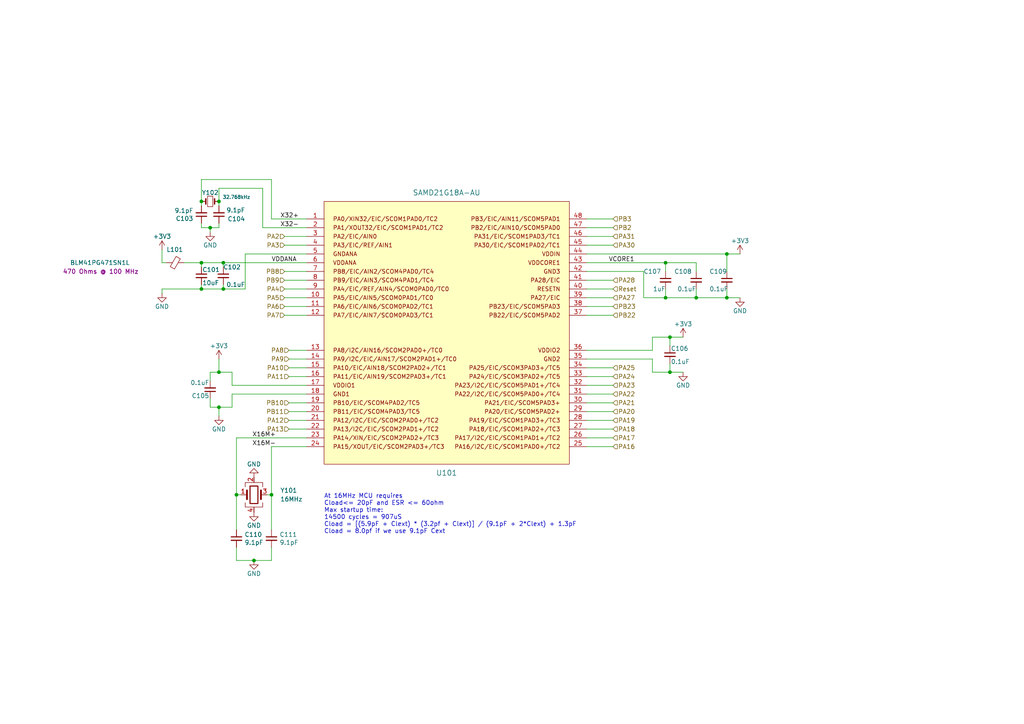
<source format=kicad_sch>
(kicad_sch (version 20211123) (generator eeschema)
  (paper "A4")
  (lib_symbols
    (symbol "Device:C_Small" (pin_numbers hide) (pin_names (offset 0.254) hide)
      (property "Reference" "C" (at 0.254 1.778 0))
      (property "Value" "C_Small" (at 0.254 -2.032 0))
      (symbol "C_Small_0_1"
        (polyline (pts (xy -1.524 -0.508) (xy 1.524 -0.508)) (stroke (width 0.3302)))
        (polyline (pts (xy -1.524 0.508) (xy 1.524 0.508)) (stroke (width 0.3048)))
      )
      (symbol "C_Small_1_1"
        (pin passive line (at 0 2.54 270) (length 2.032) (name "~") (number "1"))
        (pin passive line (at 0 -2.54 90) (length 2.032) (name "~") (number "2"))
      )
    )
    (symbol "Device:Crystal_GND24" (pin_names (offset 1.016) hide)
      (property "Reference" "Y" (at 3.175 5.08 0))
      (property "Value" "Crystal_GND24" (at 3.175 3.175 0))
      (symbol "Crystal_GND24_0_1"
        (rectangle (start -1.143 2.54) (end 1.143 -2.54) (stroke (width 0.3048)))
        (polyline (pts (xy -2.54 0) (xy -2.032 0)))
        (polyline (pts (xy -2.032 -1.27) (xy -2.032 1.27)) (stroke (width 0.508)))
        (polyline (pts (xy 0 -3.81) (xy 0 -3.556)))
        (polyline (pts (xy 0 3.556) (xy 0 3.81)))
        (polyline (pts (xy 2.032 -1.27) (xy 2.032 1.27)) (stroke (width 0.508)))
        (polyline (pts (xy 2.032 0) (xy 2.54 0)))
        (polyline (pts (xy -2.54 -2.286) (xy -2.54 -3.556) (xy 2.54 -3.556) (xy 2.54 -2.286)))
        (polyline (pts (xy -2.54 2.286) (xy -2.54 3.556) (xy 2.54 3.556) (xy 2.54 2.286)))
      )
      (symbol "Crystal_GND24_1_1"
        (pin passive line (at -3.81 0 0) (length 1.27) (name "1") (number "1"))
        (pin passive line (at 0 5.08 270) (length 1.27) (name "2") (number "2"))
        (pin passive line (at 3.81 0 180) (length 1.27) (name "3") (number "3"))
        (pin passive line (at 0 -5.08 90) (length 1.27) (name "4") (number "4"))
      )
    )
    (symbol "Device:Crystal_Small" (pin_numbers hide) (pin_names (offset 1.016) hide)
      (property "Reference" "Y" (at 0 2.54 0))
      (property "Value" "Crystal_Small" (at 0 -2.54 0))
      (symbol "Crystal_Small_0_1"
        (rectangle (start -0.762 -1.524) (end 0.762 1.524))
        (polyline (pts (xy -1.27 -0.762) (xy -1.27 0.762)) (stroke (width 0.381)))
        (polyline (pts (xy 1.27 -0.762) (xy 1.27 0.762)) (stroke (width 0.381)))
      )
      (symbol "Crystal_Small_1_1"
        (pin passive line (at -2.54 0 0) (length 1.27) (name "1") (number "1"))
        (pin passive line (at 2.54 0 180) (length 1.27) (name "2") (number "2"))
      )
    )
    (symbol "FSAE-Main-Panel-rescue:Ferrite_Bead_Small-Device" (pin_numbers hide) (pin_names (offset 0))
      (property "Reference" "FB" (at 1.905 1.27 0))
      (property "Value" "Ferrite_Bead_Small-Device" (at 1.905 -1.27 0))
      (symbol "Ferrite_Bead_Small-Device_0_1"
        (polyline (pts (xy 0 -1.27) (xy 0 -0.7874)))
        (polyline (pts (xy 0 0.889) (xy 0 1.2954)))
        (polyline (pts (xy -1.8288 0.2794) (xy -1.1176 1.4986) (xy 1.8288 -0.2032) (xy 1.1176 -1.4224) (xy -1.8288 0.2794)))
      )
      (symbol "Ferrite_Bead_Small-Device_1_1"
        (pin passive line (at 0 2.54 270) (length 1.27) (name "~") (number "1"))
        (pin passive line (at 0 -2.54 90) (length 1.27) (name "~") (number "2"))
      )
    )
    (symbol "power:+3V3" (power) (pin_names (offset 0))
      (property "Value" "+3V3" (at 0 3.556 0))
      (symbol "+3V3_0_1"
        (polyline (pts (xy -0.762 1.27) (xy 0 2.54)))
        (polyline (pts (xy 0 0) (xy 0 2.54)))
        (polyline (pts (xy 0 2.54) (xy 0.762 1.27)))
      )
      (symbol "+3V3_1_1"
        (pin power_in line (at 0 0 90) (length 0) hide (name "+3V3") (number "1"))
      )
    )
    (symbol "power:GND" (power) (pin_names (offset 0))
      (property "Value" "GND" (at 0 -3.81 0))
      (symbol "GND_0_1"
        (polyline (pts (xy 0 0) (xy 0 -1.27) (xy 1.27 -1.27) (xy 0 -2.54) (xy -1.27 -1.27) (xy 0 -1.27)))
      )
      (symbol "GND_1_1"
        (pin power_in line (at 0 0 270) (length 0) hide (name "GND") (number "1"))
      )
    )
    (symbol "samd21g18a-au:SAMD21G18A-AU" (pin_names (offset 1.016))
      (property "Reference" "U" (at 0 -40.64 0))
      (property "Value" "SAMD21G18A-AU" (at 0 40.64 0))
      (symbol "SAMD21G18A-AU_0_0"
        (text "GND1" (at -33.02 -17.78 0) (effects (font (size 1.1938 1.1938)) (justify left)))
        (text "GND2" (at 33.02 -7.62 0) (effects (font (size 1.1938 1.1938)) (justify right)))
        (text "GND3" (at 33.02 17.78 0) (effects (font (size 1.1938 1.1938)) (justify right)))
        (text "GNDANA" (at -33.02 22.86 0) (effects (font (size 1.1938 1.1938)) (justify left)))
        (text "PA0/XIN32/EIC/SCOM1PAD0/TC2" (at -33.02 33.02 0) (effects (font (size 1.1938 1.1938)) (justify left)))
        (text "PA1/XOUT32/EIC/SCOM1PAD1/TC2" (at -33.02 30.48 0) (effects (font (size 1.1938 1.1938)) (justify left)))
        (text "PA10/EIC/AIN18/SCOM2PAD2+/TC1" (at -33.02 -10.16 0) (effects (font (size 1.1938 1.1938)) (justify left)))
        (text "PA11/EIC/AIN19/SCOM2PAD3+/TC1" (at -33.02 -12.7 0) (effects (font (size 1.1938 1.1938)) (justify left)))
        (text "PA12/I2C/EIC/SCOM2PAD0+/TC2" (at -33.02 -25.4 0) (effects (font (size 1.1938 1.1938)) (justify left)))
        (text "PA13/I2C/EIC/SCOM2PAD1+/TC2" (at -33.02 -27.94 0) (effects (font (size 1.1938 1.1938)) (justify left)))
        (text "PA14/XIN/EIC/SCOM2PAD2+/TC3" (at -33.02 -30.48 0) (effects (font (size 1.1938 1.1938)) (justify left)))
        (text "PA15/XOUT/EIC/SCOM2PAD3+/TC3" (at -33.02 -33.02 0) (effects (font (size 1.1938 1.1938)) (justify left)))
        (text "PA16/I2C/EIC/SCOM1PAD0+/TC2" (at 33.02 -33.02 0) (effects (font (size 1.1938 1.1938)) (justify right)))
        (text "PA17/I2C/EIC/SCOM1PAD1+/TC2" (at 33.02 -30.48 0) (effects (font (size 1.1938 1.1938)) (justify right)))
        (text "PA18/EIC/SCOM1PAD2+/TC3" (at 33.02 -27.94 0) (effects (font (size 1.1938 1.1938)) (justify right)))
        (text "PA19/EIC/SCOM1PAD3+/TC3" (at 33.02 -25.4 0) (effects (font (size 1.1938 1.1938)) (justify right)))
        (text "PA2/EIC/AIN0" (at -33.02 27.94 0) (effects (font (size 1.1938 1.1938)) (justify left)))
        (text "PA20/EIC/SCOM5PAD2+" (at 33.02 -22.86 0) (effects (font (size 1.1938 1.1938)) (justify right)))
        (text "PA21/EIC/SCOM5PAD3+" (at 33.02 -20.32 0) (effects (font (size 1.1938 1.1938)) (justify right)))
        (text "PA22/I2C/EIC/SCOM5PAD0+/TC4" (at 33.02 -17.78 0) (effects (font (size 1.1938 1.1938)) (justify right)))
        (text "PA23/I2C/EIC/SCOM5PAD1+/TC4" (at 33.02 -15.24 0) (effects (font (size 1.1938 1.1938)) (justify right)))
        (text "PA24/EIC/SCOM3PAD2+/TC5" (at 33.02 -12.7 0) (effects (font (size 1.1938 1.1938)) (justify right)))
        (text "PA25/EIC/SCOM3PAD3+/TC5" (at 33.02 -10.16 0) (effects (font (size 1.1938 1.1938)) (justify right)))
        (text "PA27/EIC" (at 33.02 10.16 0) (effects (font (size 1.1938 1.1938)) (justify right)))
        (text "PA28/EIC" (at 33.02 15.24 0) (effects (font (size 1.1938 1.1938)) (justify right)))
        (text "PA3/EIC/REF/AIN1" (at -33.02 25.4 0) (effects (font (size 1.1938 1.1938)) (justify left)))
        (text "PA30/EIC/SCOM1PAD2/TC1" (at 33.02 25.4 0) (effects (font (size 1.1938 1.1938)) (justify right)))
        (text "PA31/EIC/SCOM1PAD3/TC1" (at 33.02 27.94 0) (effects (font (size 1.1938 1.1938)) (justify right)))
        (text "PA4/EIC/REF/AIN4/SCOM0PAD0/TC0" (at -33.02 12.7 0) (effects (font (size 1.1938 1.1938)) (justify left)))
        (text "PA5/EIC/AIN5/SCOM0PAD1/TC0" (at -33.02 10.16 0) (effects (font (size 1.1938 1.1938)) (justify left)))
        (text "PA6/EIC/AIN6/SCOM0PAD2/TC1" (at -33.02 7.62 0) (effects (font (size 1.1938 1.1938)) (justify left)))
        (text "PA7/EIC/AIN7/SCOM0PAD3/TC1" (at -33.02 5.08 0) (effects (font (size 1.1938 1.1938)) (justify left)))
        (text "PA8/I2C/AIN16/SCOM2PAD0+/TC0" (at -33.02 -5.08 0) (effects (font (size 1.1938 1.1938)) (justify left)))
        (text "PA9/I2C/EIC/AIN17/SCOM2PAD1+/TC0" (at -33.02 -7.62 0) (effects (font (size 1.1938 1.1938)) (justify left)))
        (text "PB10/EIC/SCOM4PAD2/TC5" (at -33.02 -20.32 0) (effects (font (size 1.1938 1.1938)) (justify left)))
        (text "PB11/EIC/SCOM4PAD3/TC5" (at -33.02 -22.86 0) (effects (font (size 1.1938 1.1938)) (justify left)))
        (text "PB2/EIC/AIN10/SCOM5PAD0" (at 33.02 30.48 0) (effects (font (size 1.1938 1.1938)) (justify right)))
        (text "PB22/EIC/SCOM5PAD2" (at 33.02 5.08 0) (effects (font (size 1.1938 1.1938)) (justify right)))
        (text "PB23/EIC/SCOM5PAD3" (at 33.02 7.62 0) (effects (font (size 1.1938 1.1938)) (justify right)))
        (text "PB3/EIC/AIN11/SCOM5PAD1" (at 33.02 33.02 0) (effects (font (size 1.1938 1.1938)) (justify right)))
        (text "PB8/EIC/AIN2/SCOM4PAD0/TC4" (at -33.02 17.78 0) (effects (font (size 1.1938 1.1938)) (justify left)))
        (text "PB9/EIC/AIN3/SCOM4PAD1/TC4" (at -33.02 15.24 0) (effects (font (size 1.1938 1.1938)) (justify left)))
        (text "RESETN" (at 33.02 12.7 0) (effects (font (size 1.1938 1.1938)) (justify right)))
        (text "VDDANA" (at -33.02 20.32 0) (effects (font (size 1.1938 1.1938)) (justify left)))
        (text "VDDCORE1" (at 33.02 20.32 0) (effects (font (size 1.1938 1.1938)) (justify right)))
        (text "VDDIN" (at 33.02 22.86 0) (effects (font (size 1.1938 1.1938)) (justify right)))
        (text "VDDIO1" (at -33.02 -15.24 0) (effects (font (size 1.1938 1.1938)) (justify left)))
        (text "VDDIO2" (at 33.02 -5.08 0) (effects (font (size 1.1938 1.1938)) (justify right)))
      )
      (symbol "SAMD21G18A-AU_0_1"
        (rectangle (start -35.56 38.1) (end 35.56 -38.1) (fill (type background)))
      )
      (symbol "SAMD21G18A-AU_1_1"
        (pin input line (at -40.64 33.02 0) (length 5.08) (name "~") (number "1"))
        (pin input line (at -40.64 10.16 0) (length 5.08) (name "~") (number "10"))
        (pin input line (at -40.64 7.62 0) (length 5.08) (name "~") (number "11"))
        (pin input line (at -40.64 5.08 0) (length 5.08) (name "~") (number "12"))
        (pin input line (at -40.64 -5.08 0) (length 5.08) (name "~") (number "13"))
        (pin input line (at -40.64 -7.62 0) (length 5.08) (name "~") (number "14"))
        (pin input line (at -40.64 -10.16 0) (length 5.08) (name "~") (number "15"))
        (pin input line (at -40.64 -12.7 0) (length 5.08) (name "~") (number "16"))
        (pin input line (at -40.64 -15.24 0) (length 5.08) (name "~") (number "17"))
        (pin input line (at -40.64 -17.78 0) (length 5.08) (name "~") (number "18"))
        (pin input line (at -40.64 -20.32 0) (length 5.08) (name "~") (number "19"))
        (pin input line (at -40.64 30.48 0) (length 5.08) (name "~") (number "2"))
        (pin input line (at -40.64 -22.86 0) (length 5.08) (name "~") (number "20"))
        (pin input line (at -40.64 -25.4 0) (length 5.08) (name "~") (number "21"))
        (pin input line (at -40.64 -27.94 0) (length 5.08) (name "~") (number "22"))
        (pin input line (at -40.64 -30.48 0) (length 5.08) (name "~") (number "23"))
        (pin input line (at -40.64 -33.02 0) (length 5.08) (name "~") (number "24"))
        (pin input line (at 40.64 -33.02 180) (length 5.08) (name "~") (number "25"))
        (pin input line (at 40.64 -30.48 180) (length 5.08) (name "~") (number "26"))
        (pin input line (at 40.64 -27.94 180) (length 5.08) (name "~") (number "27"))
        (pin input line (at 40.64 -25.4 180) (length 5.08) (name "~") (number "28"))
        (pin input line (at 40.64 -22.86 180) (length 5.08) (name "~") (number "29"))
        (pin input line (at -40.64 27.94 0) (length 5.08) (name "~") (number "3"))
        (pin input line (at 40.64 -20.32 180) (length 5.08) (name "~") (number "30"))
        (pin input line (at 40.64 -17.78 180) (length 5.08) (name "~") (number "31"))
        (pin input line (at 40.64 -15.24 180) (length 5.08) (name "~") (number "32"))
        (pin input line (at 40.64 -12.7 180) (length 5.08) (name "~") (number "33"))
        (pin input line (at 40.64 -10.16 180) (length 5.08) (name "~") (number "34"))
        (pin input line (at 40.64 -7.62 180) (length 5.08) (name "~") (number "35"))
        (pin input line (at 40.64 -5.08 180) (length 5.08) (name "~") (number "36"))
        (pin input line (at 40.64 5.08 180) (length 5.08) (name "~") (number "37"))
        (pin input line (at 40.64 7.62 180) (length 5.08) (name "~") (number "38"))
        (pin input line (at 40.64 10.16 180) (length 5.08) (name "~") (number "39"))
        (pin input line (at -40.64 25.4 0) (length 5.08) (name "~") (number "4"))
        (pin input line (at 40.64 12.7 180) (length 5.08) (name "~") (number "40"))
        (pin input line (at 40.64 15.24 180) (length 5.08) (name "~") (number "41"))
        (pin input line (at 40.64 17.78 180) (length 5.08) (name "~") (number "42"))
        (pin input line (at 40.64 20.32 180) (length 5.08) (name "~") (number "43"))
        (pin input line (at 40.64 22.86 180) (length 5.08) (name "~") (number "44"))
        (pin input line (at 40.64 25.4 180) (length 5.08) (name "~") (number "45"))
        (pin input line (at 40.64 27.94 180) (length 5.08) (name "~") (number "46"))
        (pin input line (at 40.64 30.48 180) (length 5.08) (name "~") (number "47"))
        (pin input line (at 40.64 33.02 180) (length 5.08) (name "~") (number "48"))
        (pin input line (at -40.64 22.86 0) (length 5.08) (name "~") (number "5"))
        (pin input line (at -40.64 20.32 0) (length 5.08) (name "~") (number "6"))
        (pin input line (at -40.64 17.78 0) (length 5.08) (name "~") (number "7"))
        (pin input line (at -40.64 15.24 0) (length 5.08) (name "~") (number "8"))
        (pin input line (at -40.64 12.7 0) (length 5.08) (name "~") (number "9"))
      )
    )
  )
  (junction (at 58.42 58.42))
  (junction (at 193.04 76.2))
  (junction (at 63.5 107.95))
  (junction (at 58.42 76.2))
  (junction (at 73.66 162.56))
  (junction (at 68.58 143.51))
  (junction (at 58.42 83.82))
  (junction (at 64.77 76.2))
  (junction (at 194.31 107.95))
  (junction (at 193.04 86.36))
  (junction (at 194.31 97.79))
  (junction (at 64.77 83.82))
  (junction (at 63.5 118.11))
  (junction (at 78.74 143.51))
  (junction (at 201.93 86.36))
  (junction (at 210.82 73.66))
  (junction (at 210.82 86.36))
  (junction (at 60.96 66.04))
  (junction (at 63.5 58.42))
  (wire (pts (xy 170.18 101.6) (xy 189.23 101.6)))
  (wire (pts (xy 170.18 73.66) (xy 210.82 73.66)))
  (wire (pts (xy 76.2 54.61) (xy 76.2 66.04)))
  (wire (pts (xy 170.18 124.46) (xy 177.8 124.46)))
  (wire (pts (xy 170.18 68.58) (xy 177.8 68.58)))
  (wire (pts (xy 88.9 111.76) (xy 67.31 111.76)))
  (wire (pts (xy 71.12 73.66) (xy 88.9 73.66)))
  (wire (pts (xy 210.82 78.74) (xy 210.82 73.66)))
  (wire (pts (xy 63.5 66.04) (xy 60.96 66.04)))
  (wire (pts (xy 201.93 76.2) (xy 193.04 76.2)))
  (wire (pts (xy 83.82 104.14) (xy 88.9 104.14)))
  (wire (pts (xy 67.31 114.3) (xy 67.31 118.11)))
  (wire (pts (xy 63.5 54.61) (xy 76.2 54.61)))
  (wire (pts (xy 170.18 81.28) (xy 177.8 81.28)))
  (wire (pts (xy 170.18 129.54) (xy 177.8 129.54)))
  (wire (pts (xy 58.42 82.55) (xy 58.42 83.82)))
  (wire (pts (xy 83.82 121.92) (xy 88.9 121.92)))
  (wire (pts (xy 194.31 105.41) (xy 194.31 107.95)))
  (wire (pts (xy 71.12 83.82) (xy 71.12 73.66)))
  (wire (pts (xy 210.82 86.36) (xy 201.93 86.36)))
  (wire (pts (xy 170.18 127) (xy 177.8 127)))
  (wire (pts (xy 170.18 88.9) (xy 177.8 88.9)))
  (wire (pts (xy 63.5 118.11) (xy 67.31 118.11)))
  (wire (pts (xy 82.55 83.82) (xy 88.9 83.82)))
  (wire (pts (xy 78.74 63.5) (xy 88.9 63.5)))
  (wire (pts (xy 214.63 86.36) (xy 210.82 86.36)))
  (wire (pts (xy 170.18 116.84) (xy 177.8 116.84)))
  (wire (pts (xy 198.12 97.79) (xy 194.31 97.79)))
  (wire (pts (xy 53.34 76.2) (xy 58.42 76.2)))
  (wire (pts (xy 68.58 143.51) (xy 68.58 153.67)))
  (wire (pts (xy 201.93 76.2) (xy 201.93 78.74)))
  (wire (pts (xy 82.55 91.44) (xy 88.9 91.44)))
  (wire (pts (xy 58.42 59.69) (xy 58.42 58.42)))
  (wire (pts (xy 170.18 114.3) (xy 177.8 114.3)))
  (wire (pts (xy 60.96 118.11) (xy 63.5 118.11)))
  (wire (pts (xy 78.74 129.54) (xy 88.9 129.54)))
  (wire (pts (xy 83.82 101.6) (xy 88.9 101.6)))
  (wire (pts (xy 46.99 83.82) (xy 58.42 83.82)))
  (wire (pts (xy 68.58 127) (xy 88.9 127)))
  (wire (pts (xy 170.18 66.04) (xy 177.8 66.04)))
  (wire (pts (xy 64.77 82.55) (xy 64.77 83.82)))
  (wire (pts (xy 170.18 119.38) (xy 177.8 119.38)))
  (wire (pts (xy 83.82 106.68) (xy 88.9 106.68)))
  (wire (pts (xy 60.96 66.04) (xy 58.42 66.04)))
  (wire (pts (xy 198.12 107.95) (xy 194.31 107.95)))
  (wire (pts (xy 77.47 143.51) (xy 78.74 143.51)))
  (wire (pts (xy 210.82 83.82) (xy 210.82 86.36)))
  (wire (pts (xy 78.74 143.51) (xy 78.74 129.54)))
  (wire (pts (xy 201.93 83.82) (xy 201.93 86.36)))
  (wire (pts (xy 69.85 143.51) (xy 68.58 143.51)))
  (wire (pts (xy 170.18 78.74) (xy 186.69 78.74)))
  (wire (pts (xy 83.82 116.84) (xy 88.9 116.84)))
  (wire (pts (xy 170.18 121.92) (xy 177.8 121.92)))
  (wire (pts (xy 78.74 158.75) (xy 78.74 162.56)))
  (wire (pts (xy 63.5 120.65) (xy 63.5 118.11)))
  (wire (pts (xy 193.04 78.74) (xy 193.04 76.2)))
  (wire (pts (xy 63.5 64.77) (xy 63.5 66.04)))
  (wire (pts (xy 82.55 81.28) (xy 88.9 81.28)))
  (wire (pts (xy 67.31 107.95) (xy 63.5 107.95)))
  (wire (pts (xy 76.2 66.04) (xy 88.9 66.04)))
  (wire (pts (xy 46.99 76.2) (xy 48.26 76.2)))
  (wire (pts (xy 58.42 77.47) (xy 58.42 76.2)))
  (wire (pts (xy 82.55 68.58) (xy 88.9 68.58)))
  (wire (pts (xy 83.82 124.46) (xy 88.9 124.46)))
  (wire (pts (xy 64.77 83.82) (xy 71.12 83.82)))
  (wire (pts (xy 170.18 71.12) (xy 177.8 71.12)))
  (wire (pts (xy 78.74 52.07) (xy 58.42 52.07)))
  (wire (pts (xy 189.23 107.95) (xy 194.31 107.95)))
  (wire (pts (xy 82.55 78.74) (xy 88.9 78.74)))
  (wire (pts (xy 64.77 76.2) (xy 64.77 77.47)))
  (wire (pts (xy 58.42 52.07) (xy 58.42 58.42)))
  (wire (pts (xy 63.5 54.61) (xy 63.5 58.42)))
  (wire (pts (xy 170.18 76.2) (xy 193.04 76.2)))
  (wire (pts (xy 170.18 111.76) (xy 177.8 111.76)))
  (wire (pts (xy 67.31 111.76) (xy 67.31 107.95)))
  (wire (pts (xy 88.9 114.3) (xy 67.31 114.3)))
  (wire (pts (xy 63.5 59.69) (xy 63.5 58.42)))
  (wire (pts (xy 78.74 63.5) (xy 78.74 52.07)))
  (wire (pts (xy 78.74 143.51) (xy 78.74 153.67)))
  (wire (pts (xy 194.31 97.79) (xy 194.31 100.33)))
  (wire (pts (xy 201.93 86.36) (xy 193.04 86.36)))
  (wire (pts (xy 60.96 66.04) (xy 60.96 67.31)))
  (wire (pts (xy 46.99 85.09) (xy 46.99 83.82)))
  (wire (pts (xy 189.23 97.79) (xy 194.31 97.79)))
  (wire (pts (xy 88.9 71.12) (xy 82.55 71.12)))
  (wire (pts (xy 60.96 115.57) (xy 60.96 118.11)))
  (wire (pts (xy 78.74 162.56) (xy 73.66 162.56)))
  (wire (pts (xy 58.42 76.2) (xy 64.77 76.2)))
  (wire (pts (xy 58.42 66.04) (xy 58.42 64.77)))
  (wire (pts (xy 170.18 109.22) (xy 177.8 109.22)))
  (wire (pts (xy 189.23 101.6) (xy 189.23 97.79)))
  (wire (pts (xy 73.66 162.56) (xy 68.58 162.56)))
  (wire (pts (xy 170.18 106.68) (xy 177.8 106.68)))
  (wire (pts (xy 82.55 88.9) (xy 88.9 88.9)))
  (wire (pts (xy 64.77 76.2) (xy 88.9 76.2)))
  (wire (pts (xy 46.99 72.39) (xy 46.99 76.2)))
  (wire (pts (xy 83.82 119.38) (xy 88.9 119.38)))
  (wire (pts (xy 68.58 162.56) (xy 68.58 158.75)))
  (wire (pts (xy 189.23 104.14) (xy 189.23 107.95)))
  (wire (pts (xy 170.18 104.14) (xy 189.23 104.14)))
  (wire (pts (xy 193.04 86.36) (xy 186.69 86.36)))
  (wire (pts (xy 83.82 109.22) (xy 88.9 109.22)))
  (wire (pts (xy 58.42 83.82) (xy 64.77 83.82)))
  (wire (pts (xy 186.69 86.36) (xy 186.69 78.74)))
  (wire (pts (xy 170.18 63.5) (xy 177.8 63.5)))
  (wire (pts (xy 68.58 127) (xy 68.58 143.51)))
  (wire (pts (xy 193.04 86.36) (xy 193.04 83.82)))
  (wire (pts (xy 170.18 83.82) (xy 177.8 83.82)))
  (wire (pts (xy 214.63 73.66) (xy 210.82 73.66)))
  (wire (pts (xy 170.18 91.44) (xy 177.8 91.44)))
  (wire (pts (xy 63.5 104.14) (xy 63.5 107.95)))
  (wire (pts (xy 82.55 86.36) (xy 88.9 86.36)))
  (wire (pts (xy 60.96 107.95) (xy 60.96 110.49)))
  (wire (pts (xy 60.96 107.95) (xy 63.5 107.95)))
  (wire (pts (xy 170.18 86.36) (xy 177.8 86.36)))
  (text "At 16MHz MCU requires\nCload<= 20pF and ESR <= 60ohm\nMax startup time:\n14500 cycles = 907uS\nCload = [(5.9pF + Clext) * (3.2pf + Clext)] / (9.1pF + 2*Clext) + 1.3pF\nCload = 8.0pf if we use 9.1pF Cext" (at 93.98 154.94 0) (effects (font (size 1.27 1.27)) (justify left bottom)))
  (label "X32+" (at 81.28 63.5 0))
  (label "VDDANA" (at 78.74 76.2 0))
  (label "X32-" (at 81.28 66.04 0))
  (label "VCORE1" (at 176.53 76.2 0))
  (label "X16M-" (at 80.01 129.54 180))
  (label "X16M+" (at 80.01 127 180))
  (hierarchical_label "PA8" (shape input) (at 83.82 101.6 180))
  (hierarchical_label "PA28" (shape input) (at 177.8 81.28 0))
  (hierarchical_label "PA7" (shape input) (at 82.55 91.44 180))
  (hierarchical_label "PA18" (shape input) (at 177.8 124.46 0))
  (hierarchical_label "PA11" (shape input) (at 83.82 109.22 180))
  (hierarchical_label "PA24" (shape input) (at 177.8 109.22 0))
  (hierarchical_label "PA31" (shape input) (at 177.8 68.58 0))
  (hierarchical_label "PB10" (shape input) (at 83.82 116.84 180))
  (hierarchical_label "PA4" (shape input) (at 82.55 83.82 180))
  (hierarchical_label "PB22" (shape input) (at 177.8 91.44 0))
  (hierarchical_label "PB8" (shape input) (at 82.55 78.74 180))
  (hierarchical_label "PB9" (shape input) (at 82.55 81.28 180))
  (hierarchical_label "PA16" (shape input) (at 177.8 129.54 0))
  (hierarchical_label "PA3" (shape input) (at 82.55 71.12 180))
  (hierarchical_label "Reset" (shape input) (at 177.8 83.82 0))
  (hierarchical_label "PA12" (shape input) (at 83.82 121.92 180))
  (hierarchical_label "PA6" (shape input) (at 82.55 88.9 180))
  (hierarchical_label "PA2" (shape input) (at 82.55 68.58 180))
  (hierarchical_label "PA10" (shape input) (at 83.82 106.68 180))
  (hierarchical_label "PA25" (shape input) (at 177.8 106.68 0))
  (hierarchical_label "PB3" (shape input) (at 177.8 63.5 0))
  (hierarchical_label "PB2" (shape input) (at 177.8 66.04 0))
  (hierarchical_label "PB23" (shape input) (at 177.8 88.9 0))
  (hierarchical_label "PA22" (shape input) (at 177.8 114.3 0))
  (hierarchical_label "PA17" (shape input) (at 177.8 127 0))
  (hierarchical_label "PA20" (shape input) (at 177.8 119.38 0))
  (hierarchical_label "PA19" (shape input) (at 177.8 121.92 0))
  (hierarchical_label "PA9" (shape input) (at 83.82 104.14 180))
  (hierarchical_label "PA5" (shape input) (at 82.55 86.36 180))
  (hierarchical_label "PA23" (shape input) (at 177.8 111.76 0))
  (hierarchical_label "PB11" (shape input) (at 83.82 119.38 180))
  (hierarchical_label "PA27" (shape input) (at 177.8 86.36 0))
  (hierarchical_label "PA21" (shape input) (at 177.8 116.84 0))
  (hierarchical_label "PA13" (shape input) (at 83.82 124.46 180))
  (hierarchical_label "PA30" (shape input) (at 177.8 71.12 0))
  (symbol (lib_id "power:GND") (at 46.99 85.09 0) (unit 1)
    (property "Reference" "#PWR0155" (effects hide))
    (property "Value" "GND" (at 46.99 88.9 0))
  )
  (symbol (lib_id "Device:Crystal_Small") (at 60.96 58.42 0) (mirror x) (unit 1)
    (property "Reference" "Y102" (at 60.96 55.88 0))
    (property "Value" "32.768kHz" (at 68.58 57.15 0) (effects (font (size 0.9906 0.9906))))
    (property "Footprint" "MS1V-T1K:MS1V-T1K" (effects hide))
    (property "Datasheet" "https://www.mouser.com/datasheet/2/530/MS1V-T1K-1085690.pdf" (effects hide))
    (property "Description" "Crystals 32.768 kHz 7.0 pF +/-20 PPM -40/+85C" (effects hide))
    (property "Manufacturer" "Micro Crystal Switzerland" (effects hide))
    (property "Part Number" "MS1V-T1K-32.768kHz" (effects hide))
    (property "Digikey P/N" "2195-MS1VT1K32.768KHZ12.5PF20PPMTAQCAUCT-ND" (effects hide))
  )
  (symbol (lib_id "Device:C_Small") (at 193.04 81.28 0) (mirror y) (unit 1)
    (property "Reference" "C107" (at 191.77 78.74 0) (effects (justify left)))
    (property "Value" "1uF" (at 193.04 83.82 0) (effects (justify left)))
    (property "Footprint" "Capacitors_SMD:C_0603" (effects hide))
    (property "Datasheet" "https://api.kemet.com/component-edge/download/specsheet/C0603C472K5RACAUTO.pdf" (effects hide))
    (property "Description" "CAP CER 0603 1UF 16V X7R 10%" (effects hide))
    (property "Manufacturer" "KEMET" (effects hide))
    (property "Part Number" "C0603C105K4RACAUTO" (effects hide))
    (property "Digikey P/N" "399-17704-1-ND" (effects hide))
  )
  (symbol (lib_id "power:+3V3") (at 63.5 104.14 0) (unit 1)
    (property "Reference" "#PWR0148" (effects hide))
    (property "Value" "+3V3" (at 63.5 100.33 0))
  )
  (symbol (lib_id "samd21g18a-au:SAMD21G18A-AU") (at 129.54 96.52 0) (unit 1)
    (property "Reference" "U101" (at 129.54 137.16 0) (effects (font (size 1.524 1.524))))
    (property "Value" "SAMD21G18A-AU" (at 129.54 55.88 0) (effects (font (size 1.524 1.524))))
    (property "Footprint" "Housings_QFP:TQFP-48_7x7mm_Pitch0.5mm" (effects hide))
    (property "Datasheet" "http://ww1.microchip.com/downloads/en/DeviceDoc/SAM_D21_DA1_Family_DataSheet_DS40001882F.pdf" (effects hide))
    (property "Description" "IC MCU 32BIT 256KB FLASH 48TQFP" (effects hide))
    (property "Manufacturer" "Microchip" (effects hide))
    (property "Part Number" "ATSAMD21G18A-AU" (effects hide))
    (property "Digikey P/N" "ATSAMD21G18A-AU-ND" (effects hide))
  )
  (symbol (lib_id "Device:C_Small") (at 64.77 80.01 0) (mirror y) (unit 1)
    (property "Reference" "C102" (at 69.85 77.47 0) (effects (justify left)))
    (property "Value" "0.1uF" (at 71.12 82.55 0) (effects (justify left)))
    (property "Footprint" "Capacitors_SMD:C_0603" (effects hide))
    (property "Datasheet" "https://api.kemet.com/component-edge/download/specsheet/C0603C104K5RACAUTO.pdf" (effects hide))
    (property "Description" "CAP CER 0.1UF 50V X7R 0603" (effects hide))
    (property "Manufacturer" "KEMET" (effects hide))
    (property "Part Number" "C0603C104K5RACAUTO" (effects hide))
    (property "Digikey P/N" "399-6856-1-ND" (effects hide))
  )
  (symbol (lib_id "Device:C_Small") (at 60.96 113.03 180) (unit 1)
    (property "Reference" "C105" (at 60.706 114.808 0) (effects (justify left)))
    (property "Value" "0.1uF" (at 60.706 110.998 0) (effects (justify left)))
    (property "Footprint" "Capacitors_SMD:C_0603" (effects hide))
    (property "Datasheet" "https://api.kemet.com/component-edge/download/specsheet/C0603C104K5RACAUTO.pdf" (effects hide))
    (property "Description" "CAP CER 0.1UF 50V X7R 0603" (effects hide))
    (property "Manufacturer" "KEMET" (effects hide))
    (property "Part Number" "C0603C104K5RACAUTO" (effects hide))
    (property "Digikey P/N" "399-6856-1-ND" (effects hide))
  )
  (symbol (lib_id "Device:C_Small") (at 63.5 62.23 180) (unit 1)
    (property "Reference" "C104" (at 71.12 63.5 0) (effects (justify left)))
    (property "Value" "9.1pF" (at 71.12 60.96 0) (effects (justify left)))
    (property "Footprint" "Capacitors_SMD:C_0402_NoSilk" (effects hide))
    (property "Datasheet" "https://api.kemet.com/component-edge/download/datasheet/C0402C919C5GAC7867.pdf" (effects hide))
    (property "Description" "CAP CER 9.1PF 50V C0G/NP0 0402" (effects hide))
    (property "Digikey P/N" "399-14287-1-ND" (effects hide))
    (property "Manufacturer" "KEMET" (effects hide))
    (property "Part Number" "C0402C919C5GAC7867" (effects hide))
  )
  (symbol (lib_id "power:GND") (at 198.12 107.95 0) (unit 1)
    (property "Reference" "#PWR0117" (effects hide))
    (property "Value" "GND" (at 198.12 111.76 0))
  )
  (symbol (lib_id "Device:C_Small") (at 68.58 156.21 0) (unit 1)
    (property "Reference" "C110" (at 70.9168 155.0416 0) (effects (justify left)))
    (property "Value" "9.1pF" (at 70.9168 157.353 0) (effects (justify left)))
    (property "Footprint" "Capacitors_SMD:C_0402_NoSilk" (effects hide))
    (property "Datasheet" "https://api.kemet.com/component-edge/download/datasheet/C0402C919C5GAC7867.pdf" (effects hide))
    (property "Description" "CAP CER 9.1PF 50V C0G/NP0 0402" (effects hide))
    (property "Digikey P/N" "399-14287-1-ND" (effects hide))
    (property "Manufacturer" "KEMET" (effects hide))
    (property "Part Number" "C0402C919C5GAC7867" (effects hide))
  )
  (symbol (lib_id "Device:C_Small") (at 58.42 80.01 0) (unit 1)
    (property "Reference" "C101" (at 58.674 78.232 0) (effects (justify left)))
    (property "Value" "10uF" (at 58.674 82.042 0) (effects (justify left)))
    (property "Footprint" "Capacitors_SMD:C_1206" (effects hide))
    (property "Datasheet" "https://api.kemet.com/component-edge/download/datasheet/C1206C106K4RACAUTO.pdf" (effects hide))
    (property "Description" "CAP CER 10UF 16V X7R 1206" (effects hide))
    (property "Function" "CAP CER 10UF 25V X5R 1206" (effects hide))
    (property "Manufacturer" "KEMET" (effects hide))
    (property "Part Number" "C1206C106K4RACAUTO" (effects hide))
    (property "Digikey P/N" "399-7012-1-ND" (effects hide))
  )
  (symbol (lib_id "power:+3V3") (at 198.12 97.79 0) (unit 1)
    (property "Reference" "#PWR0113" (effects hide))
    (property "Value" "+3V3" (at 198.12 93.98 0))
  )
  (symbol (lib_id "power:GND") (at 214.63 86.36 0) (unit 1)
    (property "Reference" "#PWR0152" (effects hide))
    (property "Value" "GND" (at 214.63 90.17 0))
  )
  (symbol (lib_id "power:+3V3") (at 214.63 73.66 0) (unit 1)
    (property "Reference" "#PWR0153" (effects hide))
    (property "Value" "+3V3" (at 214.63 69.85 0))
  )
  (symbol (lib_id "power:GND") (at 73.66 162.56 0) (unit 1)
    (property "Reference" "#PWR0124" (effects hide))
    (property "Value" "GND" (at 73.66 166.37 0))
  )
  (symbol (lib_id "Device:C_Small") (at 194.31 102.87 0) (unit 1)
    (property "Reference" "C106" (at 194.564 101.092 0) (effects (justify left)))
    (property "Value" "0.1uF" (at 194.564 104.902 0) (effects (justify left)))
    (property "Footprint" "Capacitors_SMD:C_0603" (effects hide))
    (property "Datasheet" "https://api.kemet.com/component-edge/download/specsheet/C0603C104K5RACAUTO.pdf" (effects hide))
    (property "Description" "CAP CER 0.1UF 50V X7R 0603" (effects hide))
    (property "Manufacturer" "KEMET" (effects hide))
    (property "Part Number" "C0603C104K5RACAUTO" (effects hide))
    (property "Digikey P/N" "399-6856-1-ND" (effects hide))
  )
  (symbol (lib_id "power:GND") (at 73.66 138.43 180) (unit 1)
    (property "Reference" "#PWR0126" (effects hide))
    (property "Value" "GND" (at 73.66 134.62 0))
  )
  (symbol (lib_id "power:GND") (at 63.5 120.65 0) (unit 1)
    (property "Reference" "#PWR0123" (effects hide))
    (property "Value" "GND" (at 63.5 124.46 0))
  )
  (symbol (lib_id "FSAE-Main-Panel-rescue:Ferrite_Bead_Small-Device") (at 50.8 76.2 270) (unit 1)
    (property "Reference" "L101" (at 48.26 72.39 90) (effects (justify left)))
    (property "Value" "BLM41PG471SN1L" (at 20.32 76.2 90) (effects (justify left)))
    (property "Footprint" "Inductors_SMD:L_1806" (effects hide))
    (property "Datasheet" "https://www.murata.com/en-us/products/productdata/8796739862558/ENFA0007.pdf" (effects hide))
    (property "Part Number" "BLM41PG471SN1L" (effects hide))
    (property "Description" "FERRITE BEAD 470 OHM 1806 1LN" (effects hide))
    (property "Digikey P/N" "490-1060-1-ND" (effects hide))
    (property "Manufacturer" "Murata" (effects hide))
    (property "Note" "470 Ohms @ 100 MHz" (at 29.21 78.74 90))
  )
  (symbol (lib_id "Device:C_Small") (at 78.74 156.21 0) (unit 1)
    (property "Reference" "C111" (at 81.0768 155.0416 0) (effects (justify left)))
    (property "Value" "9.1pF" (at 81.0768 157.353 0) (effects (justify left)))
    (property "Footprint" "Capacitors_SMD:C_0402_NoSilk" (effects hide))
    (property "Datasheet" "https://api.kemet.com/component-edge/download/datasheet/C0402C919C5GAC7867.pdf" (effects hide))
    (property "Description" "CAP CER 9.1PF 50V C0G/NP0 0402" (effects hide))
    (property "Digikey P/N" "399-14287-1-ND" (effects hide))
    (property "Manufacturer" "KEMET" (effects hide))
    (property "Part Number" "C0402C919C5GAC7867" (effects hide))
  )
  (symbol (lib_id "power:GND") (at 73.66 148.59 0) (unit 1)
    (property "Reference" "#PWR0134" (effects hide))
    (property "Value" "GND" (at 73.66 152.4 0))
  )
  (symbol (lib_id "Device:C_Small") (at 201.93 81.28 0) (mirror y) (unit 1)
    (property "Reference" "C108" (at 200.66 78.74 0) (effects (justify left)))
    (property "Value" "0.1uF" (at 201.93 83.82 0) (effects (justify left)))
    (property "Footprint" "Capacitors_SMD:C_0603" (effects hide))
    (property "Datasheet" "https://api.kemet.com/component-edge/download/specsheet/C0603C104K5RACAUTO.pdf" (effects hide))
    (property "Description" "CAP CER 0.1UF 50V X7R 0603" (effects hide))
    (property "Manufacturer" "KEMET" (effects hide))
    (property "Part Number" "C0603C104K5RACAUTO" (effects hide))
    (property "Digikey P/N" "399-6856-1-ND" (effects hide))
  )
  (symbol (lib_id "power:+3V3") (at 46.99 72.39 0) (unit 1)
    (property "Reference" "#PWR0154" (effects hide))
    (property "Value" "+3V3" (at 46.99 68.58 0))
  )
  (symbol (lib_id "Device:C_Small") (at 210.82 81.28 0) (unit 1)
    (property "Reference" "C109" (at 205.74 78.74 0) (effects (justify left)))
    (property "Value" "0.1uF" (at 205.74 83.82 0) (effects (justify left)))
    (property "Footprint" "Capacitors_SMD:C_0603" (effects hide))
    (property "Datasheet" "https://api.kemet.com/component-edge/download/specsheet/C0603C104K5RACAUTO.pdf" (effects hide))
    (property "Description" "CAP CER 0.1UF 50V X7R 0603" (effects hide))
    (property "Manufacturer" "KEMET" (effects hide))
    (property "Part Number" "C0603C104K5RACAUTO" (effects hide))
    (property "Digikey P/N" "399-6856-1-ND" (effects hide))
  )
  (symbol (lib_id "Device:C_Small") (at 58.42 62.23 180) (unit 1)
    (property "Reference" "C103" (at 56.0832 63.3984 0) (effects (justify left)))
    (property "Value" "9.1pF" (at 56.0832 61.087 0) (effects (justify left)))
    (property "Footprint" "Capacitors_SMD:C_0402_NoSilk" (effects hide))
    (property "Datasheet" "https://api.kemet.com/component-edge/download/datasheet/C0402C919C5GAC7867.pdf" (effects hide))
    (property "Description" "CAP CER 9.1PF 50V C0G/NP0 0402" (effects hide))
    (property "Digikey P/N" "399-14287-1-ND" (effects hide))
    (property "Manufacturer" "KEMET" (effects hide))
    (property "Part Number" "C0402C919C5GAC7867" (effects hide))
  )
  (symbol (lib_id "power:GND") (at 60.96 67.31 0) (unit 1)
    (property "Reference" "#PWR0151" (effects hide))
    (property "Value" "GND" (at 60.96 71.12 0))
  )
  (symbol (lib_id "Device:Crystal_GND24") (at 73.66 143.51 0) (unit 1)
    (property "Reference" "Y101" (at 81.28 142.24 0) (effects (justify left)))
    (property "Value" "16MHz" (at 81.28 144.78 0) (effects (justify left)))
    (property "Footprint" "Crystals:Crystal_SMD_5032-4pin_5.0x3.2mm" (effects hide))
    (property "Datasheet" "https://www.mouser.com/datasheet/2/122/ecx_53b-1479911.pdf" (effects hide))
    (property "Description" "Crystals 16.000MHZ 8pF 10ppm -20C +70C" (effects hide))
    (property "Digikey P/N" "XC1839CT-ND" (effects hide))
    (property "Manufacturer" "ECS" (effects hide))
    (property "Part Number" "ECS-160-8-30B-CKM" (effects hide))
  )
)
</source>
